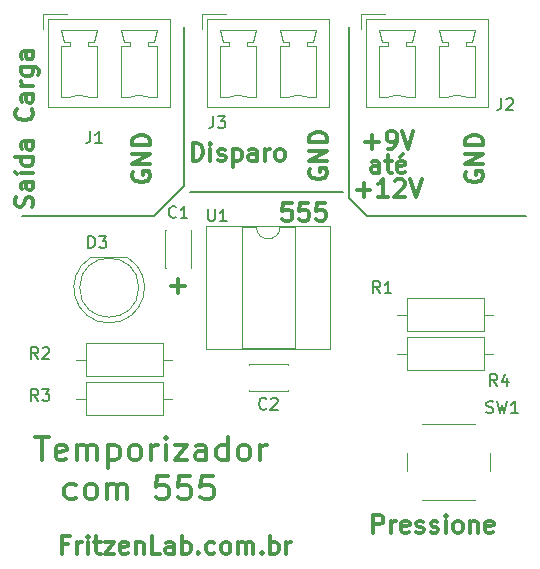
<source format=gto>
G04 #@! TF.GenerationSoftware,KiCad,Pcbnew,8.0.6*
G04 #@! TF.CreationDate,2024-11-03T17:07:20-03:00*
G04 #@! TF.ProjectId,555-temporizador-r01,3535352d-7465-46d7-906f-72697a61646f,rev?*
G04 #@! TF.SameCoordinates,Original*
G04 #@! TF.FileFunction,Legend,Top*
G04 #@! TF.FilePolarity,Positive*
%FSLAX46Y46*%
G04 Gerber Fmt 4.6, Leading zero omitted, Abs format (unit mm)*
G04 Created by KiCad (PCBNEW 8.0.6) date 2024-11-03 17:07:20*
%MOMM*%
%LPD*%
G01*
G04 APERTURE LIST*
%ADD10C,0.200000*%
%ADD11C,0.300000*%
%ADD12C,0.150000*%
%ADD13C,0.120000*%
G04 APERTURE END LIST*
D10*
X147828000Y-101092000D02*
X149352000Y-102616000D01*
X120142000Y-102616000D02*
X131318000Y-102616000D01*
X133858000Y-86614000D02*
X133858000Y-100076000D01*
X149352000Y-102616000D02*
X162814000Y-102616000D01*
X147828000Y-86614000D02*
X147828000Y-101092000D01*
X147320000Y-100584000D02*
X134366000Y-100584000D01*
X131318000Y-102616000D02*
X133858000Y-100076000D01*
D11*
X144537757Y-98678856D02*
X144466328Y-98821714D01*
X144466328Y-98821714D02*
X144466328Y-99035999D01*
X144466328Y-99035999D02*
X144537757Y-99250285D01*
X144537757Y-99250285D02*
X144680614Y-99393142D01*
X144680614Y-99393142D02*
X144823471Y-99464571D01*
X144823471Y-99464571D02*
X145109185Y-99535999D01*
X145109185Y-99535999D02*
X145323471Y-99535999D01*
X145323471Y-99535999D02*
X145609185Y-99464571D01*
X145609185Y-99464571D02*
X145752042Y-99393142D01*
X145752042Y-99393142D02*
X145894900Y-99250285D01*
X145894900Y-99250285D02*
X145966328Y-99035999D01*
X145966328Y-99035999D02*
X145966328Y-98893142D01*
X145966328Y-98893142D02*
X145894900Y-98678856D01*
X145894900Y-98678856D02*
X145823471Y-98607428D01*
X145823471Y-98607428D02*
X145323471Y-98607428D01*
X145323471Y-98607428D02*
X145323471Y-98893142D01*
X145966328Y-97964571D02*
X144466328Y-97964571D01*
X144466328Y-97964571D02*
X145966328Y-97107428D01*
X145966328Y-97107428D02*
X144466328Y-97107428D01*
X145966328Y-96393142D02*
X144466328Y-96393142D01*
X144466328Y-96393142D02*
X144466328Y-96035999D01*
X144466328Y-96035999D02*
X144537757Y-95821713D01*
X144537757Y-95821713D02*
X144680614Y-95678856D01*
X144680614Y-95678856D02*
X144823471Y-95607427D01*
X144823471Y-95607427D02*
X145109185Y-95535999D01*
X145109185Y-95535999D02*
X145323471Y-95535999D01*
X145323471Y-95535999D02*
X145609185Y-95607427D01*
X145609185Y-95607427D02*
X145752042Y-95678856D01*
X145752042Y-95678856D02*
X145894900Y-95821713D01*
X145894900Y-95821713D02*
X145966328Y-96035999D01*
X145966328Y-96035999D02*
X145966328Y-96393142D01*
X157745757Y-98932856D02*
X157674328Y-99075714D01*
X157674328Y-99075714D02*
X157674328Y-99289999D01*
X157674328Y-99289999D02*
X157745757Y-99504285D01*
X157745757Y-99504285D02*
X157888614Y-99647142D01*
X157888614Y-99647142D02*
X158031471Y-99718571D01*
X158031471Y-99718571D02*
X158317185Y-99789999D01*
X158317185Y-99789999D02*
X158531471Y-99789999D01*
X158531471Y-99789999D02*
X158817185Y-99718571D01*
X158817185Y-99718571D02*
X158960042Y-99647142D01*
X158960042Y-99647142D02*
X159102900Y-99504285D01*
X159102900Y-99504285D02*
X159174328Y-99289999D01*
X159174328Y-99289999D02*
X159174328Y-99147142D01*
X159174328Y-99147142D02*
X159102900Y-98932856D01*
X159102900Y-98932856D02*
X159031471Y-98861428D01*
X159031471Y-98861428D02*
X158531471Y-98861428D01*
X158531471Y-98861428D02*
X158531471Y-99147142D01*
X159174328Y-98218571D02*
X157674328Y-98218571D01*
X157674328Y-98218571D02*
X159174328Y-97361428D01*
X159174328Y-97361428D02*
X157674328Y-97361428D01*
X159174328Y-96647142D02*
X157674328Y-96647142D01*
X157674328Y-96647142D02*
X157674328Y-96289999D01*
X157674328Y-96289999D02*
X157745757Y-96075713D01*
X157745757Y-96075713D02*
X157888614Y-95932856D01*
X157888614Y-95932856D02*
X158031471Y-95861427D01*
X158031471Y-95861427D02*
X158317185Y-95789999D01*
X158317185Y-95789999D02*
X158531471Y-95789999D01*
X158531471Y-95789999D02*
X158817185Y-95861427D01*
X158817185Y-95861427D02*
X158960042Y-95932856D01*
X158960042Y-95932856D02*
X159102900Y-96075713D01*
X159102900Y-96075713D02*
X159174328Y-96289999D01*
X159174328Y-96289999D02*
X159174328Y-96647142D01*
X150380000Y-98976328D02*
X150380000Y-98190614D01*
X150380000Y-98190614D02*
X150308571Y-98047757D01*
X150308571Y-98047757D02*
X150165714Y-97976328D01*
X150165714Y-97976328D02*
X149880000Y-97976328D01*
X149880000Y-97976328D02*
X149737142Y-98047757D01*
X150380000Y-98904900D02*
X150237142Y-98976328D01*
X150237142Y-98976328D02*
X149880000Y-98976328D01*
X149880000Y-98976328D02*
X149737142Y-98904900D01*
X149737142Y-98904900D02*
X149665714Y-98762042D01*
X149665714Y-98762042D02*
X149665714Y-98619185D01*
X149665714Y-98619185D02*
X149737142Y-98476328D01*
X149737142Y-98476328D02*
X149880000Y-98404900D01*
X149880000Y-98404900D02*
X150237142Y-98404900D01*
X150237142Y-98404900D02*
X150380000Y-98333471D01*
X150880000Y-97976328D02*
X151451428Y-97976328D01*
X151094285Y-97476328D02*
X151094285Y-98762042D01*
X151094285Y-98762042D02*
X151165714Y-98904900D01*
X151165714Y-98904900D02*
X151308571Y-98976328D01*
X151308571Y-98976328D02*
X151451428Y-98976328D01*
X152522857Y-98904900D02*
X152380000Y-98976328D01*
X152380000Y-98976328D02*
X152094286Y-98976328D01*
X152094286Y-98976328D02*
X151951428Y-98904900D01*
X151951428Y-98904900D02*
X151880000Y-98762042D01*
X151880000Y-98762042D02*
X151880000Y-98190614D01*
X151880000Y-98190614D02*
X151951428Y-98047757D01*
X151951428Y-98047757D02*
X152094286Y-97976328D01*
X152094286Y-97976328D02*
X152380000Y-97976328D01*
X152380000Y-97976328D02*
X152522857Y-98047757D01*
X152522857Y-98047757D02*
X152594286Y-98190614D01*
X152594286Y-98190614D02*
X152594286Y-98333471D01*
X152594286Y-98333471D02*
X151880000Y-98476328D01*
X152380000Y-97404900D02*
X152165714Y-97619185D01*
X124667047Y-126544400D02*
X124476571Y-126639638D01*
X124476571Y-126639638D02*
X124095618Y-126639638D01*
X124095618Y-126639638D02*
X123905142Y-126544400D01*
X123905142Y-126544400D02*
X123809904Y-126449161D01*
X123809904Y-126449161D02*
X123714666Y-126258685D01*
X123714666Y-126258685D02*
X123714666Y-125687257D01*
X123714666Y-125687257D02*
X123809904Y-125496780D01*
X123809904Y-125496780D02*
X123905142Y-125401542D01*
X123905142Y-125401542D02*
X124095618Y-125306304D01*
X124095618Y-125306304D02*
X124476571Y-125306304D01*
X124476571Y-125306304D02*
X124667047Y-125401542D01*
X125809904Y-126639638D02*
X125619428Y-126544400D01*
X125619428Y-126544400D02*
X125524190Y-126449161D01*
X125524190Y-126449161D02*
X125428952Y-126258685D01*
X125428952Y-126258685D02*
X125428952Y-125687257D01*
X125428952Y-125687257D02*
X125524190Y-125496780D01*
X125524190Y-125496780D02*
X125619428Y-125401542D01*
X125619428Y-125401542D02*
X125809904Y-125306304D01*
X125809904Y-125306304D02*
X126095619Y-125306304D01*
X126095619Y-125306304D02*
X126286095Y-125401542D01*
X126286095Y-125401542D02*
X126381333Y-125496780D01*
X126381333Y-125496780D02*
X126476571Y-125687257D01*
X126476571Y-125687257D02*
X126476571Y-126258685D01*
X126476571Y-126258685D02*
X126381333Y-126449161D01*
X126381333Y-126449161D02*
X126286095Y-126544400D01*
X126286095Y-126544400D02*
X126095619Y-126639638D01*
X126095619Y-126639638D02*
X125809904Y-126639638D01*
X127333714Y-126639638D02*
X127333714Y-125306304D01*
X127333714Y-125496780D02*
X127428952Y-125401542D01*
X127428952Y-125401542D02*
X127619428Y-125306304D01*
X127619428Y-125306304D02*
X127905143Y-125306304D01*
X127905143Y-125306304D02*
X128095619Y-125401542D01*
X128095619Y-125401542D02*
X128190857Y-125592019D01*
X128190857Y-125592019D02*
X128190857Y-126639638D01*
X128190857Y-125592019D02*
X128286095Y-125401542D01*
X128286095Y-125401542D02*
X128476571Y-125306304D01*
X128476571Y-125306304D02*
X128762285Y-125306304D01*
X128762285Y-125306304D02*
X128952762Y-125401542D01*
X128952762Y-125401542D02*
X129048000Y-125592019D01*
X129048000Y-125592019D02*
X129048000Y-126639638D01*
X132476572Y-124639638D02*
X131524191Y-124639638D01*
X131524191Y-124639638D02*
X131428953Y-125592019D01*
X131428953Y-125592019D02*
X131524191Y-125496780D01*
X131524191Y-125496780D02*
X131714667Y-125401542D01*
X131714667Y-125401542D02*
X132190858Y-125401542D01*
X132190858Y-125401542D02*
X132381334Y-125496780D01*
X132381334Y-125496780D02*
X132476572Y-125592019D01*
X132476572Y-125592019D02*
X132571810Y-125782495D01*
X132571810Y-125782495D02*
X132571810Y-126258685D01*
X132571810Y-126258685D02*
X132476572Y-126449161D01*
X132476572Y-126449161D02*
X132381334Y-126544400D01*
X132381334Y-126544400D02*
X132190858Y-126639638D01*
X132190858Y-126639638D02*
X131714667Y-126639638D01*
X131714667Y-126639638D02*
X131524191Y-126544400D01*
X131524191Y-126544400D02*
X131428953Y-126449161D01*
X134381334Y-124639638D02*
X133428953Y-124639638D01*
X133428953Y-124639638D02*
X133333715Y-125592019D01*
X133333715Y-125592019D02*
X133428953Y-125496780D01*
X133428953Y-125496780D02*
X133619429Y-125401542D01*
X133619429Y-125401542D02*
X134095620Y-125401542D01*
X134095620Y-125401542D02*
X134286096Y-125496780D01*
X134286096Y-125496780D02*
X134381334Y-125592019D01*
X134381334Y-125592019D02*
X134476572Y-125782495D01*
X134476572Y-125782495D02*
X134476572Y-126258685D01*
X134476572Y-126258685D02*
X134381334Y-126449161D01*
X134381334Y-126449161D02*
X134286096Y-126544400D01*
X134286096Y-126544400D02*
X134095620Y-126639638D01*
X134095620Y-126639638D02*
X133619429Y-126639638D01*
X133619429Y-126639638D02*
X133428953Y-126544400D01*
X133428953Y-126544400D02*
X133333715Y-126449161D01*
X136286096Y-124639638D02*
X135333715Y-124639638D01*
X135333715Y-124639638D02*
X135238477Y-125592019D01*
X135238477Y-125592019D02*
X135333715Y-125496780D01*
X135333715Y-125496780D02*
X135524191Y-125401542D01*
X135524191Y-125401542D02*
X136000382Y-125401542D01*
X136000382Y-125401542D02*
X136190858Y-125496780D01*
X136190858Y-125496780D02*
X136286096Y-125592019D01*
X136286096Y-125592019D02*
X136381334Y-125782495D01*
X136381334Y-125782495D02*
X136381334Y-126258685D01*
X136381334Y-126258685D02*
X136286096Y-126449161D01*
X136286096Y-126449161D02*
X136190858Y-126544400D01*
X136190858Y-126544400D02*
X136000382Y-126639638D01*
X136000382Y-126639638D02*
X135524191Y-126639638D01*
X135524191Y-126639638D02*
X135333715Y-126544400D01*
X135333715Y-126544400D02*
X135238477Y-126449161D01*
X149868571Y-129456328D02*
X149868571Y-127956328D01*
X149868571Y-127956328D02*
X150440000Y-127956328D01*
X150440000Y-127956328D02*
X150582857Y-128027757D01*
X150582857Y-128027757D02*
X150654286Y-128099185D01*
X150654286Y-128099185D02*
X150725714Y-128242042D01*
X150725714Y-128242042D02*
X150725714Y-128456328D01*
X150725714Y-128456328D02*
X150654286Y-128599185D01*
X150654286Y-128599185D02*
X150582857Y-128670614D01*
X150582857Y-128670614D02*
X150440000Y-128742042D01*
X150440000Y-128742042D02*
X149868571Y-128742042D01*
X151368571Y-129456328D02*
X151368571Y-128456328D01*
X151368571Y-128742042D02*
X151440000Y-128599185D01*
X151440000Y-128599185D02*
X151511429Y-128527757D01*
X151511429Y-128527757D02*
X151654286Y-128456328D01*
X151654286Y-128456328D02*
X151797143Y-128456328D01*
X152868571Y-129384900D02*
X152725714Y-129456328D01*
X152725714Y-129456328D02*
X152440000Y-129456328D01*
X152440000Y-129456328D02*
X152297142Y-129384900D01*
X152297142Y-129384900D02*
X152225714Y-129242042D01*
X152225714Y-129242042D02*
X152225714Y-128670614D01*
X152225714Y-128670614D02*
X152297142Y-128527757D01*
X152297142Y-128527757D02*
X152440000Y-128456328D01*
X152440000Y-128456328D02*
X152725714Y-128456328D01*
X152725714Y-128456328D02*
X152868571Y-128527757D01*
X152868571Y-128527757D02*
X152940000Y-128670614D01*
X152940000Y-128670614D02*
X152940000Y-128813471D01*
X152940000Y-128813471D02*
X152225714Y-128956328D01*
X153511428Y-129384900D02*
X153654285Y-129456328D01*
X153654285Y-129456328D02*
X153939999Y-129456328D01*
X153939999Y-129456328D02*
X154082856Y-129384900D01*
X154082856Y-129384900D02*
X154154285Y-129242042D01*
X154154285Y-129242042D02*
X154154285Y-129170614D01*
X154154285Y-129170614D02*
X154082856Y-129027757D01*
X154082856Y-129027757D02*
X153939999Y-128956328D01*
X153939999Y-128956328D02*
X153725714Y-128956328D01*
X153725714Y-128956328D02*
X153582856Y-128884900D01*
X153582856Y-128884900D02*
X153511428Y-128742042D01*
X153511428Y-128742042D02*
X153511428Y-128670614D01*
X153511428Y-128670614D02*
X153582856Y-128527757D01*
X153582856Y-128527757D02*
X153725714Y-128456328D01*
X153725714Y-128456328D02*
X153939999Y-128456328D01*
X153939999Y-128456328D02*
X154082856Y-128527757D01*
X154725714Y-129384900D02*
X154868571Y-129456328D01*
X154868571Y-129456328D02*
X155154285Y-129456328D01*
X155154285Y-129456328D02*
X155297142Y-129384900D01*
X155297142Y-129384900D02*
X155368571Y-129242042D01*
X155368571Y-129242042D02*
X155368571Y-129170614D01*
X155368571Y-129170614D02*
X155297142Y-129027757D01*
X155297142Y-129027757D02*
X155154285Y-128956328D01*
X155154285Y-128956328D02*
X154940000Y-128956328D01*
X154940000Y-128956328D02*
X154797142Y-128884900D01*
X154797142Y-128884900D02*
X154725714Y-128742042D01*
X154725714Y-128742042D02*
X154725714Y-128670614D01*
X154725714Y-128670614D02*
X154797142Y-128527757D01*
X154797142Y-128527757D02*
X154940000Y-128456328D01*
X154940000Y-128456328D02*
X155154285Y-128456328D01*
X155154285Y-128456328D02*
X155297142Y-128527757D01*
X156011428Y-129456328D02*
X156011428Y-128456328D01*
X156011428Y-127956328D02*
X155940000Y-128027757D01*
X155940000Y-128027757D02*
X156011428Y-128099185D01*
X156011428Y-128099185D02*
X156082857Y-128027757D01*
X156082857Y-128027757D02*
X156011428Y-127956328D01*
X156011428Y-127956328D02*
X156011428Y-128099185D01*
X156940000Y-129456328D02*
X156797143Y-129384900D01*
X156797143Y-129384900D02*
X156725714Y-129313471D01*
X156725714Y-129313471D02*
X156654286Y-129170614D01*
X156654286Y-129170614D02*
X156654286Y-128742042D01*
X156654286Y-128742042D02*
X156725714Y-128599185D01*
X156725714Y-128599185D02*
X156797143Y-128527757D01*
X156797143Y-128527757D02*
X156940000Y-128456328D01*
X156940000Y-128456328D02*
X157154286Y-128456328D01*
X157154286Y-128456328D02*
X157297143Y-128527757D01*
X157297143Y-128527757D02*
X157368572Y-128599185D01*
X157368572Y-128599185D02*
X157440000Y-128742042D01*
X157440000Y-128742042D02*
X157440000Y-129170614D01*
X157440000Y-129170614D02*
X157368572Y-129313471D01*
X157368572Y-129313471D02*
X157297143Y-129384900D01*
X157297143Y-129384900D02*
X157154286Y-129456328D01*
X157154286Y-129456328D02*
X156940000Y-129456328D01*
X158082857Y-128456328D02*
X158082857Y-129456328D01*
X158082857Y-128599185D02*
X158154286Y-128527757D01*
X158154286Y-128527757D02*
X158297143Y-128456328D01*
X158297143Y-128456328D02*
X158511429Y-128456328D01*
X158511429Y-128456328D02*
X158654286Y-128527757D01*
X158654286Y-128527757D02*
X158725715Y-128670614D01*
X158725715Y-128670614D02*
X158725715Y-129456328D01*
X160011429Y-129384900D02*
X159868572Y-129456328D01*
X159868572Y-129456328D02*
X159582858Y-129456328D01*
X159582858Y-129456328D02*
X159440000Y-129384900D01*
X159440000Y-129384900D02*
X159368572Y-129242042D01*
X159368572Y-129242042D02*
X159368572Y-128670614D01*
X159368572Y-128670614D02*
X159440000Y-128527757D01*
X159440000Y-128527757D02*
X159582858Y-128456328D01*
X159582858Y-128456328D02*
X159868572Y-128456328D01*
X159868572Y-128456328D02*
X160011429Y-128527757D01*
X160011429Y-128527757D02*
X160082858Y-128670614D01*
X160082858Y-128670614D02*
X160082858Y-128813471D01*
X160082858Y-128813471D02*
X159368572Y-128956328D01*
X123988856Y-130448614D02*
X123488856Y-130448614D01*
X123488856Y-131234328D02*
X123488856Y-129734328D01*
X123488856Y-129734328D02*
X124203142Y-129734328D01*
X124774570Y-131234328D02*
X124774570Y-130234328D01*
X124774570Y-130520042D02*
X124845999Y-130377185D01*
X124845999Y-130377185D02*
X124917428Y-130305757D01*
X124917428Y-130305757D02*
X125060285Y-130234328D01*
X125060285Y-130234328D02*
X125203142Y-130234328D01*
X125703141Y-131234328D02*
X125703141Y-130234328D01*
X125703141Y-129734328D02*
X125631713Y-129805757D01*
X125631713Y-129805757D02*
X125703141Y-129877185D01*
X125703141Y-129877185D02*
X125774570Y-129805757D01*
X125774570Y-129805757D02*
X125703141Y-129734328D01*
X125703141Y-129734328D02*
X125703141Y-129877185D01*
X126203142Y-130234328D02*
X126774570Y-130234328D01*
X126417427Y-129734328D02*
X126417427Y-131020042D01*
X126417427Y-131020042D02*
X126488856Y-131162900D01*
X126488856Y-131162900D02*
X126631713Y-131234328D01*
X126631713Y-131234328D02*
X126774570Y-131234328D01*
X127131713Y-130234328D02*
X127917428Y-130234328D01*
X127917428Y-130234328D02*
X127131713Y-131234328D01*
X127131713Y-131234328D02*
X127917428Y-131234328D01*
X129060285Y-131162900D02*
X128917428Y-131234328D01*
X128917428Y-131234328D02*
X128631714Y-131234328D01*
X128631714Y-131234328D02*
X128488856Y-131162900D01*
X128488856Y-131162900D02*
X128417428Y-131020042D01*
X128417428Y-131020042D02*
X128417428Y-130448614D01*
X128417428Y-130448614D02*
X128488856Y-130305757D01*
X128488856Y-130305757D02*
X128631714Y-130234328D01*
X128631714Y-130234328D02*
X128917428Y-130234328D01*
X128917428Y-130234328D02*
X129060285Y-130305757D01*
X129060285Y-130305757D02*
X129131714Y-130448614D01*
X129131714Y-130448614D02*
X129131714Y-130591471D01*
X129131714Y-130591471D02*
X128417428Y-130734328D01*
X129774570Y-130234328D02*
X129774570Y-131234328D01*
X129774570Y-130377185D02*
X129845999Y-130305757D01*
X129845999Y-130305757D02*
X129988856Y-130234328D01*
X129988856Y-130234328D02*
X130203142Y-130234328D01*
X130203142Y-130234328D02*
X130345999Y-130305757D01*
X130345999Y-130305757D02*
X130417428Y-130448614D01*
X130417428Y-130448614D02*
X130417428Y-131234328D01*
X131845999Y-131234328D02*
X131131713Y-131234328D01*
X131131713Y-131234328D02*
X131131713Y-129734328D01*
X132988857Y-131234328D02*
X132988857Y-130448614D01*
X132988857Y-130448614D02*
X132917428Y-130305757D01*
X132917428Y-130305757D02*
X132774571Y-130234328D01*
X132774571Y-130234328D02*
X132488857Y-130234328D01*
X132488857Y-130234328D02*
X132345999Y-130305757D01*
X132988857Y-131162900D02*
X132845999Y-131234328D01*
X132845999Y-131234328D02*
X132488857Y-131234328D01*
X132488857Y-131234328D02*
X132345999Y-131162900D01*
X132345999Y-131162900D02*
X132274571Y-131020042D01*
X132274571Y-131020042D02*
X132274571Y-130877185D01*
X132274571Y-130877185D02*
X132345999Y-130734328D01*
X132345999Y-130734328D02*
X132488857Y-130662900D01*
X132488857Y-130662900D02*
X132845999Y-130662900D01*
X132845999Y-130662900D02*
X132988857Y-130591471D01*
X133703142Y-131234328D02*
X133703142Y-129734328D01*
X133703142Y-130305757D02*
X133846000Y-130234328D01*
X133846000Y-130234328D02*
X134131714Y-130234328D01*
X134131714Y-130234328D02*
X134274571Y-130305757D01*
X134274571Y-130305757D02*
X134346000Y-130377185D01*
X134346000Y-130377185D02*
X134417428Y-130520042D01*
X134417428Y-130520042D02*
X134417428Y-130948614D01*
X134417428Y-130948614D02*
X134346000Y-131091471D01*
X134346000Y-131091471D02*
X134274571Y-131162900D01*
X134274571Y-131162900D02*
X134131714Y-131234328D01*
X134131714Y-131234328D02*
X133846000Y-131234328D01*
X133846000Y-131234328D02*
X133703142Y-131162900D01*
X135060285Y-131091471D02*
X135131714Y-131162900D01*
X135131714Y-131162900D02*
X135060285Y-131234328D01*
X135060285Y-131234328D02*
X134988857Y-131162900D01*
X134988857Y-131162900D02*
X135060285Y-131091471D01*
X135060285Y-131091471D02*
X135060285Y-131234328D01*
X136417429Y-131162900D02*
X136274571Y-131234328D01*
X136274571Y-131234328D02*
X135988857Y-131234328D01*
X135988857Y-131234328D02*
X135846000Y-131162900D01*
X135846000Y-131162900D02*
X135774571Y-131091471D01*
X135774571Y-131091471D02*
X135703143Y-130948614D01*
X135703143Y-130948614D02*
X135703143Y-130520042D01*
X135703143Y-130520042D02*
X135774571Y-130377185D01*
X135774571Y-130377185D02*
X135846000Y-130305757D01*
X135846000Y-130305757D02*
X135988857Y-130234328D01*
X135988857Y-130234328D02*
X136274571Y-130234328D01*
X136274571Y-130234328D02*
X136417429Y-130305757D01*
X137274571Y-131234328D02*
X137131714Y-131162900D01*
X137131714Y-131162900D02*
X137060285Y-131091471D01*
X137060285Y-131091471D02*
X136988857Y-130948614D01*
X136988857Y-130948614D02*
X136988857Y-130520042D01*
X136988857Y-130520042D02*
X137060285Y-130377185D01*
X137060285Y-130377185D02*
X137131714Y-130305757D01*
X137131714Y-130305757D02*
X137274571Y-130234328D01*
X137274571Y-130234328D02*
X137488857Y-130234328D01*
X137488857Y-130234328D02*
X137631714Y-130305757D01*
X137631714Y-130305757D02*
X137703143Y-130377185D01*
X137703143Y-130377185D02*
X137774571Y-130520042D01*
X137774571Y-130520042D02*
X137774571Y-130948614D01*
X137774571Y-130948614D02*
X137703143Y-131091471D01*
X137703143Y-131091471D02*
X137631714Y-131162900D01*
X137631714Y-131162900D02*
X137488857Y-131234328D01*
X137488857Y-131234328D02*
X137274571Y-131234328D01*
X138417428Y-131234328D02*
X138417428Y-130234328D01*
X138417428Y-130377185D02*
X138488857Y-130305757D01*
X138488857Y-130305757D02*
X138631714Y-130234328D01*
X138631714Y-130234328D02*
X138846000Y-130234328D01*
X138846000Y-130234328D02*
X138988857Y-130305757D01*
X138988857Y-130305757D02*
X139060286Y-130448614D01*
X139060286Y-130448614D02*
X139060286Y-131234328D01*
X139060286Y-130448614D02*
X139131714Y-130305757D01*
X139131714Y-130305757D02*
X139274571Y-130234328D01*
X139274571Y-130234328D02*
X139488857Y-130234328D01*
X139488857Y-130234328D02*
X139631714Y-130305757D01*
X139631714Y-130305757D02*
X139703143Y-130448614D01*
X139703143Y-130448614D02*
X139703143Y-131234328D01*
X140417428Y-131091471D02*
X140488857Y-131162900D01*
X140488857Y-131162900D02*
X140417428Y-131234328D01*
X140417428Y-131234328D02*
X140346000Y-131162900D01*
X140346000Y-131162900D02*
X140417428Y-131091471D01*
X140417428Y-131091471D02*
X140417428Y-131234328D01*
X141131714Y-131234328D02*
X141131714Y-129734328D01*
X141131714Y-130305757D02*
X141274572Y-130234328D01*
X141274572Y-130234328D02*
X141560286Y-130234328D01*
X141560286Y-130234328D02*
X141703143Y-130305757D01*
X141703143Y-130305757D02*
X141774572Y-130377185D01*
X141774572Y-130377185D02*
X141846000Y-130520042D01*
X141846000Y-130520042D02*
X141846000Y-130948614D01*
X141846000Y-130948614D02*
X141774572Y-131091471D01*
X141774572Y-131091471D02*
X141703143Y-131162900D01*
X141703143Y-131162900D02*
X141560286Y-131234328D01*
X141560286Y-131234328D02*
X141274572Y-131234328D01*
X141274572Y-131234328D02*
X141131714Y-131162900D01*
X142488857Y-131234328D02*
X142488857Y-130234328D01*
X142488857Y-130520042D02*
X142560286Y-130377185D01*
X142560286Y-130377185D02*
X142631715Y-130305757D01*
X142631715Y-130305757D02*
X142774572Y-130234328D01*
X142774572Y-130234328D02*
X142917429Y-130234328D01*
X142946572Y-101540328D02*
X142232286Y-101540328D01*
X142232286Y-101540328D02*
X142160858Y-102254614D01*
X142160858Y-102254614D02*
X142232286Y-102183185D01*
X142232286Y-102183185D02*
X142375144Y-102111757D01*
X142375144Y-102111757D02*
X142732286Y-102111757D01*
X142732286Y-102111757D02*
X142875144Y-102183185D01*
X142875144Y-102183185D02*
X142946572Y-102254614D01*
X142946572Y-102254614D02*
X143018001Y-102397471D01*
X143018001Y-102397471D02*
X143018001Y-102754614D01*
X143018001Y-102754614D02*
X142946572Y-102897471D01*
X142946572Y-102897471D02*
X142875144Y-102968900D01*
X142875144Y-102968900D02*
X142732286Y-103040328D01*
X142732286Y-103040328D02*
X142375144Y-103040328D01*
X142375144Y-103040328D02*
X142232286Y-102968900D01*
X142232286Y-102968900D02*
X142160858Y-102897471D01*
X144375143Y-101540328D02*
X143660857Y-101540328D01*
X143660857Y-101540328D02*
X143589429Y-102254614D01*
X143589429Y-102254614D02*
X143660857Y-102183185D01*
X143660857Y-102183185D02*
X143803715Y-102111757D01*
X143803715Y-102111757D02*
X144160857Y-102111757D01*
X144160857Y-102111757D02*
X144303715Y-102183185D01*
X144303715Y-102183185D02*
X144375143Y-102254614D01*
X144375143Y-102254614D02*
X144446572Y-102397471D01*
X144446572Y-102397471D02*
X144446572Y-102754614D01*
X144446572Y-102754614D02*
X144375143Y-102897471D01*
X144375143Y-102897471D02*
X144303715Y-102968900D01*
X144303715Y-102968900D02*
X144160857Y-103040328D01*
X144160857Y-103040328D02*
X143803715Y-103040328D01*
X143803715Y-103040328D02*
X143660857Y-102968900D01*
X143660857Y-102968900D02*
X143589429Y-102897471D01*
X145803714Y-101540328D02*
X145089428Y-101540328D01*
X145089428Y-101540328D02*
X145018000Y-102254614D01*
X145018000Y-102254614D02*
X145089428Y-102183185D01*
X145089428Y-102183185D02*
X145232286Y-102111757D01*
X145232286Y-102111757D02*
X145589428Y-102111757D01*
X145589428Y-102111757D02*
X145732286Y-102183185D01*
X145732286Y-102183185D02*
X145803714Y-102254614D01*
X145803714Y-102254614D02*
X145875143Y-102397471D01*
X145875143Y-102397471D02*
X145875143Y-102754614D01*
X145875143Y-102754614D02*
X145803714Y-102897471D01*
X145803714Y-102897471D02*
X145732286Y-102968900D01*
X145732286Y-102968900D02*
X145589428Y-103040328D01*
X145589428Y-103040328D02*
X145232286Y-103040328D01*
X145232286Y-103040328D02*
X145089428Y-102968900D01*
X145089428Y-102968900D02*
X145018000Y-102897471D01*
X121254475Y-121337638D02*
X122397332Y-121337638D01*
X121825903Y-123337638D02*
X121825903Y-121337638D01*
X123825904Y-123242400D02*
X123635428Y-123337638D01*
X123635428Y-123337638D02*
X123254475Y-123337638D01*
X123254475Y-123337638D02*
X123063999Y-123242400D01*
X123063999Y-123242400D02*
X122968761Y-123051923D01*
X122968761Y-123051923D02*
X122968761Y-122290019D01*
X122968761Y-122290019D02*
X123063999Y-122099542D01*
X123063999Y-122099542D02*
X123254475Y-122004304D01*
X123254475Y-122004304D02*
X123635428Y-122004304D01*
X123635428Y-122004304D02*
X123825904Y-122099542D01*
X123825904Y-122099542D02*
X123921142Y-122290019D01*
X123921142Y-122290019D02*
X123921142Y-122480495D01*
X123921142Y-122480495D02*
X122968761Y-122670971D01*
X124778285Y-123337638D02*
X124778285Y-122004304D01*
X124778285Y-122194780D02*
X124873523Y-122099542D01*
X124873523Y-122099542D02*
X125063999Y-122004304D01*
X125063999Y-122004304D02*
X125349714Y-122004304D01*
X125349714Y-122004304D02*
X125540190Y-122099542D01*
X125540190Y-122099542D02*
X125635428Y-122290019D01*
X125635428Y-122290019D02*
X125635428Y-123337638D01*
X125635428Y-122290019D02*
X125730666Y-122099542D01*
X125730666Y-122099542D02*
X125921142Y-122004304D01*
X125921142Y-122004304D02*
X126206856Y-122004304D01*
X126206856Y-122004304D02*
X126397333Y-122099542D01*
X126397333Y-122099542D02*
X126492571Y-122290019D01*
X126492571Y-122290019D02*
X126492571Y-123337638D01*
X127444952Y-122004304D02*
X127444952Y-124004304D01*
X127444952Y-122099542D02*
X127635428Y-122004304D01*
X127635428Y-122004304D02*
X128016381Y-122004304D01*
X128016381Y-122004304D02*
X128206857Y-122099542D01*
X128206857Y-122099542D02*
X128302095Y-122194780D01*
X128302095Y-122194780D02*
X128397333Y-122385257D01*
X128397333Y-122385257D02*
X128397333Y-122956685D01*
X128397333Y-122956685D02*
X128302095Y-123147161D01*
X128302095Y-123147161D02*
X128206857Y-123242400D01*
X128206857Y-123242400D02*
X128016381Y-123337638D01*
X128016381Y-123337638D02*
X127635428Y-123337638D01*
X127635428Y-123337638D02*
X127444952Y-123242400D01*
X129540190Y-123337638D02*
X129349714Y-123242400D01*
X129349714Y-123242400D02*
X129254476Y-123147161D01*
X129254476Y-123147161D02*
X129159238Y-122956685D01*
X129159238Y-122956685D02*
X129159238Y-122385257D01*
X129159238Y-122385257D02*
X129254476Y-122194780D01*
X129254476Y-122194780D02*
X129349714Y-122099542D01*
X129349714Y-122099542D02*
X129540190Y-122004304D01*
X129540190Y-122004304D02*
X129825905Y-122004304D01*
X129825905Y-122004304D02*
X130016381Y-122099542D01*
X130016381Y-122099542D02*
X130111619Y-122194780D01*
X130111619Y-122194780D02*
X130206857Y-122385257D01*
X130206857Y-122385257D02*
X130206857Y-122956685D01*
X130206857Y-122956685D02*
X130111619Y-123147161D01*
X130111619Y-123147161D02*
X130016381Y-123242400D01*
X130016381Y-123242400D02*
X129825905Y-123337638D01*
X129825905Y-123337638D02*
X129540190Y-123337638D01*
X131064000Y-123337638D02*
X131064000Y-122004304D01*
X131064000Y-122385257D02*
X131159238Y-122194780D01*
X131159238Y-122194780D02*
X131254476Y-122099542D01*
X131254476Y-122099542D02*
X131444952Y-122004304D01*
X131444952Y-122004304D02*
X131635429Y-122004304D01*
X132302095Y-123337638D02*
X132302095Y-122004304D01*
X132302095Y-121337638D02*
X132206857Y-121432876D01*
X132206857Y-121432876D02*
X132302095Y-121528114D01*
X132302095Y-121528114D02*
X132397333Y-121432876D01*
X132397333Y-121432876D02*
X132302095Y-121337638D01*
X132302095Y-121337638D02*
X132302095Y-121528114D01*
X133064000Y-122004304D02*
X134111619Y-122004304D01*
X134111619Y-122004304D02*
X133064000Y-123337638D01*
X133064000Y-123337638D02*
X134111619Y-123337638D01*
X135730667Y-123337638D02*
X135730667Y-122290019D01*
X135730667Y-122290019D02*
X135635429Y-122099542D01*
X135635429Y-122099542D02*
X135444953Y-122004304D01*
X135444953Y-122004304D02*
X135064000Y-122004304D01*
X135064000Y-122004304D02*
X134873524Y-122099542D01*
X135730667Y-123242400D02*
X135540191Y-123337638D01*
X135540191Y-123337638D02*
X135064000Y-123337638D01*
X135064000Y-123337638D02*
X134873524Y-123242400D01*
X134873524Y-123242400D02*
X134778286Y-123051923D01*
X134778286Y-123051923D02*
X134778286Y-122861447D01*
X134778286Y-122861447D02*
X134873524Y-122670971D01*
X134873524Y-122670971D02*
X135064000Y-122575733D01*
X135064000Y-122575733D02*
X135540191Y-122575733D01*
X135540191Y-122575733D02*
X135730667Y-122480495D01*
X137540191Y-123337638D02*
X137540191Y-121337638D01*
X137540191Y-123242400D02*
X137349715Y-123337638D01*
X137349715Y-123337638D02*
X136968762Y-123337638D01*
X136968762Y-123337638D02*
X136778286Y-123242400D01*
X136778286Y-123242400D02*
X136683048Y-123147161D01*
X136683048Y-123147161D02*
X136587810Y-122956685D01*
X136587810Y-122956685D02*
X136587810Y-122385257D01*
X136587810Y-122385257D02*
X136683048Y-122194780D01*
X136683048Y-122194780D02*
X136778286Y-122099542D01*
X136778286Y-122099542D02*
X136968762Y-122004304D01*
X136968762Y-122004304D02*
X137349715Y-122004304D01*
X137349715Y-122004304D02*
X137540191Y-122099542D01*
X138778286Y-123337638D02*
X138587810Y-123242400D01*
X138587810Y-123242400D02*
X138492572Y-123147161D01*
X138492572Y-123147161D02*
X138397334Y-122956685D01*
X138397334Y-122956685D02*
X138397334Y-122385257D01*
X138397334Y-122385257D02*
X138492572Y-122194780D01*
X138492572Y-122194780D02*
X138587810Y-122099542D01*
X138587810Y-122099542D02*
X138778286Y-122004304D01*
X138778286Y-122004304D02*
X139064001Y-122004304D01*
X139064001Y-122004304D02*
X139254477Y-122099542D01*
X139254477Y-122099542D02*
X139349715Y-122194780D01*
X139349715Y-122194780D02*
X139444953Y-122385257D01*
X139444953Y-122385257D02*
X139444953Y-122956685D01*
X139444953Y-122956685D02*
X139349715Y-123147161D01*
X139349715Y-123147161D02*
X139254477Y-123242400D01*
X139254477Y-123242400D02*
X139064001Y-123337638D01*
X139064001Y-123337638D02*
X138778286Y-123337638D01*
X140302096Y-123337638D02*
X140302096Y-122004304D01*
X140302096Y-122385257D02*
X140397334Y-122194780D01*
X140397334Y-122194780D02*
X140492572Y-122099542D01*
X140492572Y-122099542D02*
X140683048Y-122004304D01*
X140683048Y-122004304D02*
X140873525Y-122004304D01*
X129551757Y-98932856D02*
X129480328Y-99075714D01*
X129480328Y-99075714D02*
X129480328Y-99289999D01*
X129480328Y-99289999D02*
X129551757Y-99504285D01*
X129551757Y-99504285D02*
X129694614Y-99647142D01*
X129694614Y-99647142D02*
X129837471Y-99718571D01*
X129837471Y-99718571D02*
X130123185Y-99789999D01*
X130123185Y-99789999D02*
X130337471Y-99789999D01*
X130337471Y-99789999D02*
X130623185Y-99718571D01*
X130623185Y-99718571D02*
X130766042Y-99647142D01*
X130766042Y-99647142D02*
X130908900Y-99504285D01*
X130908900Y-99504285D02*
X130980328Y-99289999D01*
X130980328Y-99289999D02*
X130980328Y-99147142D01*
X130980328Y-99147142D02*
X130908900Y-98932856D01*
X130908900Y-98932856D02*
X130837471Y-98861428D01*
X130837471Y-98861428D02*
X130337471Y-98861428D01*
X130337471Y-98861428D02*
X130337471Y-99147142D01*
X130980328Y-98218571D02*
X129480328Y-98218571D01*
X129480328Y-98218571D02*
X130980328Y-97361428D01*
X130980328Y-97361428D02*
X129480328Y-97361428D01*
X130980328Y-96647142D02*
X129480328Y-96647142D01*
X129480328Y-96647142D02*
X129480328Y-96289999D01*
X129480328Y-96289999D02*
X129551757Y-96075713D01*
X129551757Y-96075713D02*
X129694614Y-95932856D01*
X129694614Y-95932856D02*
X129837471Y-95861427D01*
X129837471Y-95861427D02*
X130123185Y-95789999D01*
X130123185Y-95789999D02*
X130337471Y-95789999D01*
X130337471Y-95789999D02*
X130623185Y-95861427D01*
X130623185Y-95861427D02*
X130766042Y-95932856D01*
X130766042Y-95932856D02*
X130908900Y-96075713D01*
X130908900Y-96075713D02*
X130980328Y-96289999D01*
X130980328Y-96289999D02*
X130980328Y-96647142D01*
X134572856Y-97960328D02*
X134572856Y-96460328D01*
X134572856Y-96460328D02*
X134929999Y-96460328D01*
X134929999Y-96460328D02*
X135144285Y-96531757D01*
X135144285Y-96531757D02*
X135287142Y-96674614D01*
X135287142Y-96674614D02*
X135358571Y-96817471D01*
X135358571Y-96817471D02*
X135429999Y-97103185D01*
X135429999Y-97103185D02*
X135429999Y-97317471D01*
X135429999Y-97317471D02*
X135358571Y-97603185D01*
X135358571Y-97603185D02*
X135287142Y-97746042D01*
X135287142Y-97746042D02*
X135144285Y-97888900D01*
X135144285Y-97888900D02*
X134929999Y-97960328D01*
X134929999Y-97960328D02*
X134572856Y-97960328D01*
X136072856Y-97960328D02*
X136072856Y-96960328D01*
X136072856Y-96460328D02*
X136001428Y-96531757D01*
X136001428Y-96531757D02*
X136072856Y-96603185D01*
X136072856Y-96603185D02*
X136144285Y-96531757D01*
X136144285Y-96531757D02*
X136072856Y-96460328D01*
X136072856Y-96460328D02*
X136072856Y-96603185D01*
X136715714Y-97888900D02*
X136858571Y-97960328D01*
X136858571Y-97960328D02*
X137144285Y-97960328D01*
X137144285Y-97960328D02*
X137287142Y-97888900D01*
X137287142Y-97888900D02*
X137358571Y-97746042D01*
X137358571Y-97746042D02*
X137358571Y-97674614D01*
X137358571Y-97674614D02*
X137287142Y-97531757D01*
X137287142Y-97531757D02*
X137144285Y-97460328D01*
X137144285Y-97460328D02*
X136930000Y-97460328D01*
X136930000Y-97460328D02*
X136787142Y-97388900D01*
X136787142Y-97388900D02*
X136715714Y-97246042D01*
X136715714Y-97246042D02*
X136715714Y-97174614D01*
X136715714Y-97174614D02*
X136787142Y-97031757D01*
X136787142Y-97031757D02*
X136930000Y-96960328D01*
X136930000Y-96960328D02*
X137144285Y-96960328D01*
X137144285Y-96960328D02*
X137287142Y-97031757D01*
X138001428Y-96960328D02*
X138001428Y-98460328D01*
X138001428Y-97031757D02*
X138144286Y-96960328D01*
X138144286Y-96960328D02*
X138430000Y-96960328D01*
X138430000Y-96960328D02*
X138572857Y-97031757D01*
X138572857Y-97031757D02*
X138644286Y-97103185D01*
X138644286Y-97103185D02*
X138715714Y-97246042D01*
X138715714Y-97246042D02*
X138715714Y-97674614D01*
X138715714Y-97674614D02*
X138644286Y-97817471D01*
X138644286Y-97817471D02*
X138572857Y-97888900D01*
X138572857Y-97888900D02*
X138430000Y-97960328D01*
X138430000Y-97960328D02*
X138144286Y-97960328D01*
X138144286Y-97960328D02*
X138001428Y-97888900D01*
X140001429Y-97960328D02*
X140001429Y-97174614D01*
X140001429Y-97174614D02*
X139930000Y-97031757D01*
X139930000Y-97031757D02*
X139787143Y-96960328D01*
X139787143Y-96960328D02*
X139501429Y-96960328D01*
X139501429Y-96960328D02*
X139358571Y-97031757D01*
X140001429Y-97888900D02*
X139858571Y-97960328D01*
X139858571Y-97960328D02*
X139501429Y-97960328D01*
X139501429Y-97960328D02*
X139358571Y-97888900D01*
X139358571Y-97888900D02*
X139287143Y-97746042D01*
X139287143Y-97746042D02*
X139287143Y-97603185D01*
X139287143Y-97603185D02*
X139358571Y-97460328D01*
X139358571Y-97460328D02*
X139501429Y-97388900D01*
X139501429Y-97388900D02*
X139858571Y-97388900D01*
X139858571Y-97388900D02*
X140001429Y-97317471D01*
X140715714Y-97960328D02*
X140715714Y-96960328D01*
X140715714Y-97246042D02*
X140787143Y-97103185D01*
X140787143Y-97103185D02*
X140858572Y-97031757D01*
X140858572Y-97031757D02*
X141001429Y-96960328D01*
X141001429Y-96960328D02*
X141144286Y-96960328D01*
X141858571Y-97960328D02*
X141715714Y-97888900D01*
X141715714Y-97888900D02*
X141644285Y-97817471D01*
X141644285Y-97817471D02*
X141572857Y-97674614D01*
X141572857Y-97674614D02*
X141572857Y-97246042D01*
X141572857Y-97246042D02*
X141644285Y-97103185D01*
X141644285Y-97103185D02*
X141715714Y-97031757D01*
X141715714Y-97031757D02*
X141858571Y-96960328D01*
X141858571Y-96960328D02*
X142072857Y-96960328D01*
X142072857Y-96960328D02*
X142215714Y-97031757D01*
X142215714Y-97031757D02*
X142287143Y-97103185D01*
X142287143Y-97103185D02*
X142358571Y-97246042D01*
X142358571Y-97246042D02*
X142358571Y-97674614D01*
X142358571Y-97674614D02*
X142287143Y-97817471D01*
X142287143Y-97817471D02*
X142215714Y-97888900D01*
X142215714Y-97888900D02*
X142072857Y-97960328D01*
X142072857Y-97960328D02*
X141858571Y-97960328D01*
X149201428Y-96372900D02*
X150344286Y-96372900D01*
X149772857Y-96944328D02*
X149772857Y-95801471D01*
X151130000Y-96944328D02*
X151415714Y-96944328D01*
X151415714Y-96944328D02*
X151558571Y-96872900D01*
X151558571Y-96872900D02*
X151630000Y-96801471D01*
X151630000Y-96801471D02*
X151772857Y-96587185D01*
X151772857Y-96587185D02*
X151844286Y-96301471D01*
X151844286Y-96301471D02*
X151844286Y-95730042D01*
X151844286Y-95730042D02*
X151772857Y-95587185D01*
X151772857Y-95587185D02*
X151701429Y-95515757D01*
X151701429Y-95515757D02*
X151558571Y-95444328D01*
X151558571Y-95444328D02*
X151272857Y-95444328D01*
X151272857Y-95444328D02*
X151130000Y-95515757D01*
X151130000Y-95515757D02*
X151058571Y-95587185D01*
X151058571Y-95587185D02*
X150987143Y-95730042D01*
X150987143Y-95730042D02*
X150987143Y-96087185D01*
X150987143Y-96087185D02*
X151058571Y-96230042D01*
X151058571Y-96230042D02*
X151130000Y-96301471D01*
X151130000Y-96301471D02*
X151272857Y-96372900D01*
X151272857Y-96372900D02*
X151558571Y-96372900D01*
X151558571Y-96372900D02*
X151701429Y-96301471D01*
X151701429Y-96301471D02*
X151772857Y-96230042D01*
X151772857Y-96230042D02*
X151844286Y-96087185D01*
X152272857Y-95444328D02*
X152772857Y-96944328D01*
X152772857Y-96944328D02*
X153272857Y-95444328D01*
X121002900Y-101892856D02*
X121074328Y-101678571D01*
X121074328Y-101678571D02*
X121074328Y-101321428D01*
X121074328Y-101321428D02*
X121002900Y-101178571D01*
X121002900Y-101178571D02*
X120931471Y-101107142D01*
X120931471Y-101107142D02*
X120788614Y-101035713D01*
X120788614Y-101035713D02*
X120645757Y-101035713D01*
X120645757Y-101035713D02*
X120502900Y-101107142D01*
X120502900Y-101107142D02*
X120431471Y-101178571D01*
X120431471Y-101178571D02*
X120360042Y-101321428D01*
X120360042Y-101321428D02*
X120288614Y-101607142D01*
X120288614Y-101607142D02*
X120217185Y-101749999D01*
X120217185Y-101749999D02*
X120145757Y-101821428D01*
X120145757Y-101821428D02*
X120002900Y-101892856D01*
X120002900Y-101892856D02*
X119860042Y-101892856D01*
X119860042Y-101892856D02*
X119717185Y-101821428D01*
X119717185Y-101821428D02*
X119645757Y-101749999D01*
X119645757Y-101749999D02*
X119574328Y-101607142D01*
X119574328Y-101607142D02*
X119574328Y-101249999D01*
X119574328Y-101249999D02*
X119645757Y-101035713D01*
X121074328Y-99750000D02*
X120288614Y-99750000D01*
X120288614Y-99750000D02*
X120145757Y-99821428D01*
X120145757Y-99821428D02*
X120074328Y-99964285D01*
X120074328Y-99964285D02*
X120074328Y-100250000D01*
X120074328Y-100250000D02*
X120145757Y-100392857D01*
X121002900Y-99750000D02*
X121074328Y-99892857D01*
X121074328Y-99892857D02*
X121074328Y-100250000D01*
X121074328Y-100250000D02*
X121002900Y-100392857D01*
X121002900Y-100392857D02*
X120860042Y-100464285D01*
X120860042Y-100464285D02*
X120717185Y-100464285D01*
X120717185Y-100464285D02*
X120574328Y-100392857D01*
X120574328Y-100392857D02*
X120502900Y-100250000D01*
X120502900Y-100250000D02*
X120502900Y-99892857D01*
X120502900Y-99892857D02*
X120431471Y-99750000D01*
X121074328Y-99035714D02*
X120074328Y-99035714D01*
X119502900Y-98892857D02*
X119717185Y-99107142D01*
X121074328Y-97678571D02*
X119574328Y-97678571D01*
X121002900Y-97678571D02*
X121074328Y-97821428D01*
X121074328Y-97821428D02*
X121074328Y-98107142D01*
X121074328Y-98107142D02*
X121002900Y-98249999D01*
X121002900Y-98249999D02*
X120931471Y-98321428D01*
X120931471Y-98321428D02*
X120788614Y-98392856D01*
X120788614Y-98392856D02*
X120360042Y-98392856D01*
X120360042Y-98392856D02*
X120217185Y-98321428D01*
X120217185Y-98321428D02*
X120145757Y-98249999D01*
X120145757Y-98249999D02*
X120074328Y-98107142D01*
X120074328Y-98107142D02*
X120074328Y-97821428D01*
X120074328Y-97821428D02*
X120145757Y-97678571D01*
X121074328Y-96321428D02*
X120288614Y-96321428D01*
X120288614Y-96321428D02*
X120145757Y-96392856D01*
X120145757Y-96392856D02*
X120074328Y-96535713D01*
X120074328Y-96535713D02*
X120074328Y-96821428D01*
X120074328Y-96821428D02*
X120145757Y-96964285D01*
X121002900Y-96321428D02*
X121074328Y-96464285D01*
X121074328Y-96464285D02*
X121074328Y-96821428D01*
X121074328Y-96821428D02*
X121002900Y-96964285D01*
X121002900Y-96964285D02*
X120860042Y-97035713D01*
X120860042Y-97035713D02*
X120717185Y-97035713D01*
X120717185Y-97035713D02*
X120574328Y-96964285D01*
X120574328Y-96964285D02*
X120502900Y-96821428D01*
X120502900Y-96821428D02*
X120502900Y-96464285D01*
X120502900Y-96464285D02*
X120431471Y-96321428D01*
X120931471Y-93607142D02*
X121002900Y-93678570D01*
X121002900Y-93678570D02*
X121074328Y-93892856D01*
X121074328Y-93892856D02*
X121074328Y-94035713D01*
X121074328Y-94035713D02*
X121002900Y-94249999D01*
X121002900Y-94249999D02*
X120860042Y-94392856D01*
X120860042Y-94392856D02*
X120717185Y-94464285D01*
X120717185Y-94464285D02*
X120431471Y-94535713D01*
X120431471Y-94535713D02*
X120217185Y-94535713D01*
X120217185Y-94535713D02*
X119931471Y-94464285D01*
X119931471Y-94464285D02*
X119788614Y-94392856D01*
X119788614Y-94392856D02*
X119645757Y-94249999D01*
X119645757Y-94249999D02*
X119574328Y-94035713D01*
X119574328Y-94035713D02*
X119574328Y-93892856D01*
X119574328Y-93892856D02*
X119645757Y-93678570D01*
X119645757Y-93678570D02*
X119717185Y-93607142D01*
X121074328Y-92321428D02*
X120288614Y-92321428D01*
X120288614Y-92321428D02*
X120145757Y-92392856D01*
X120145757Y-92392856D02*
X120074328Y-92535713D01*
X120074328Y-92535713D02*
X120074328Y-92821428D01*
X120074328Y-92821428D02*
X120145757Y-92964285D01*
X121002900Y-92321428D02*
X121074328Y-92464285D01*
X121074328Y-92464285D02*
X121074328Y-92821428D01*
X121074328Y-92821428D02*
X121002900Y-92964285D01*
X121002900Y-92964285D02*
X120860042Y-93035713D01*
X120860042Y-93035713D02*
X120717185Y-93035713D01*
X120717185Y-93035713D02*
X120574328Y-92964285D01*
X120574328Y-92964285D02*
X120502900Y-92821428D01*
X120502900Y-92821428D02*
X120502900Y-92464285D01*
X120502900Y-92464285D02*
X120431471Y-92321428D01*
X121074328Y-91607142D02*
X120074328Y-91607142D01*
X120360042Y-91607142D02*
X120217185Y-91535713D01*
X120217185Y-91535713D02*
X120145757Y-91464285D01*
X120145757Y-91464285D02*
X120074328Y-91321427D01*
X120074328Y-91321427D02*
X120074328Y-91178570D01*
X120074328Y-90035714D02*
X121288614Y-90035714D01*
X121288614Y-90035714D02*
X121431471Y-90107142D01*
X121431471Y-90107142D02*
X121502900Y-90178571D01*
X121502900Y-90178571D02*
X121574328Y-90321428D01*
X121574328Y-90321428D02*
X121574328Y-90535714D01*
X121574328Y-90535714D02*
X121502900Y-90678571D01*
X121002900Y-90035714D02*
X121074328Y-90178571D01*
X121074328Y-90178571D02*
X121074328Y-90464285D01*
X121074328Y-90464285D02*
X121002900Y-90607142D01*
X121002900Y-90607142D02*
X120931471Y-90678571D01*
X120931471Y-90678571D02*
X120788614Y-90749999D01*
X120788614Y-90749999D02*
X120360042Y-90749999D01*
X120360042Y-90749999D02*
X120217185Y-90678571D01*
X120217185Y-90678571D02*
X120145757Y-90607142D01*
X120145757Y-90607142D02*
X120074328Y-90464285D01*
X120074328Y-90464285D02*
X120074328Y-90178571D01*
X120074328Y-90178571D02*
X120145757Y-90035714D01*
X121074328Y-88678571D02*
X120288614Y-88678571D01*
X120288614Y-88678571D02*
X120145757Y-88749999D01*
X120145757Y-88749999D02*
X120074328Y-88892856D01*
X120074328Y-88892856D02*
X120074328Y-89178571D01*
X120074328Y-89178571D02*
X120145757Y-89321428D01*
X121002900Y-88678571D02*
X121074328Y-88821428D01*
X121074328Y-88821428D02*
X121074328Y-89178571D01*
X121074328Y-89178571D02*
X121002900Y-89321428D01*
X121002900Y-89321428D02*
X120860042Y-89392856D01*
X120860042Y-89392856D02*
X120717185Y-89392856D01*
X120717185Y-89392856D02*
X120574328Y-89321428D01*
X120574328Y-89321428D02*
X120502900Y-89178571D01*
X120502900Y-89178571D02*
X120502900Y-88821428D01*
X120502900Y-88821428D02*
X120431471Y-88678571D01*
X132778571Y-108564900D02*
X133921429Y-108564900D01*
X133350000Y-109136328D02*
X133350000Y-107993471D01*
X148487143Y-100436900D02*
X149630001Y-100436900D01*
X149058572Y-101008328D02*
X149058572Y-99865471D01*
X151130001Y-101008328D02*
X150272858Y-101008328D01*
X150701429Y-101008328D02*
X150701429Y-99508328D01*
X150701429Y-99508328D02*
X150558572Y-99722614D01*
X150558572Y-99722614D02*
X150415715Y-99865471D01*
X150415715Y-99865471D02*
X150272858Y-99936900D01*
X151701429Y-99651185D02*
X151772857Y-99579757D01*
X151772857Y-99579757D02*
X151915715Y-99508328D01*
X151915715Y-99508328D02*
X152272857Y-99508328D01*
X152272857Y-99508328D02*
X152415715Y-99579757D01*
X152415715Y-99579757D02*
X152487143Y-99651185D01*
X152487143Y-99651185D02*
X152558572Y-99794042D01*
X152558572Y-99794042D02*
X152558572Y-99936900D01*
X152558572Y-99936900D02*
X152487143Y-100151185D01*
X152487143Y-100151185D02*
X151630000Y-101008328D01*
X151630000Y-101008328D02*
X152558572Y-101008328D01*
X152987143Y-99508328D02*
X153487143Y-101008328D01*
X153487143Y-101008328D02*
X153987143Y-99508328D01*
D12*
X121499333Y-114754819D02*
X121166000Y-114278628D01*
X120927905Y-114754819D02*
X120927905Y-113754819D01*
X120927905Y-113754819D02*
X121308857Y-113754819D01*
X121308857Y-113754819D02*
X121404095Y-113802438D01*
X121404095Y-113802438D02*
X121451714Y-113850057D01*
X121451714Y-113850057D02*
X121499333Y-113945295D01*
X121499333Y-113945295D02*
X121499333Y-114088152D01*
X121499333Y-114088152D02*
X121451714Y-114183390D01*
X121451714Y-114183390D02*
X121404095Y-114231009D01*
X121404095Y-114231009D02*
X121308857Y-114278628D01*
X121308857Y-114278628D02*
X120927905Y-114278628D01*
X121880286Y-113850057D02*
X121927905Y-113802438D01*
X121927905Y-113802438D02*
X122023143Y-113754819D01*
X122023143Y-113754819D02*
X122261238Y-113754819D01*
X122261238Y-113754819D02*
X122356476Y-113802438D01*
X122356476Y-113802438D02*
X122404095Y-113850057D01*
X122404095Y-113850057D02*
X122451714Y-113945295D01*
X122451714Y-113945295D02*
X122451714Y-114040533D01*
X122451714Y-114040533D02*
X122404095Y-114183390D01*
X122404095Y-114183390D02*
X121832667Y-114754819D01*
X121832667Y-114754819D02*
X122451714Y-114754819D01*
X160361333Y-117040819D02*
X160028000Y-116564628D01*
X159789905Y-117040819D02*
X159789905Y-116040819D01*
X159789905Y-116040819D02*
X160170857Y-116040819D01*
X160170857Y-116040819D02*
X160266095Y-116088438D01*
X160266095Y-116088438D02*
X160313714Y-116136057D01*
X160313714Y-116136057D02*
X160361333Y-116231295D01*
X160361333Y-116231295D02*
X160361333Y-116374152D01*
X160361333Y-116374152D02*
X160313714Y-116469390D01*
X160313714Y-116469390D02*
X160266095Y-116517009D01*
X160266095Y-116517009D02*
X160170857Y-116564628D01*
X160170857Y-116564628D02*
X159789905Y-116564628D01*
X161218476Y-116374152D02*
X161218476Y-117040819D01*
X160980381Y-115993200D02*
X160742286Y-116707485D01*
X160742286Y-116707485D02*
X161361333Y-116707485D01*
X136318666Y-94196819D02*
X136318666Y-94911104D01*
X136318666Y-94911104D02*
X136271047Y-95053961D01*
X136271047Y-95053961D02*
X136175809Y-95149200D01*
X136175809Y-95149200D02*
X136032952Y-95196819D01*
X136032952Y-95196819D02*
X135937714Y-95196819D01*
X136699619Y-94196819D02*
X137318666Y-94196819D01*
X137318666Y-94196819D02*
X136985333Y-94577771D01*
X136985333Y-94577771D02*
X137128190Y-94577771D01*
X137128190Y-94577771D02*
X137223428Y-94625390D01*
X137223428Y-94625390D02*
X137271047Y-94673009D01*
X137271047Y-94673009D02*
X137318666Y-94768247D01*
X137318666Y-94768247D02*
X137318666Y-95006342D01*
X137318666Y-95006342D02*
X137271047Y-95101580D01*
X137271047Y-95101580D02*
X137223428Y-95149200D01*
X137223428Y-95149200D02*
X137128190Y-95196819D01*
X137128190Y-95196819D02*
X136842476Y-95196819D01*
X136842476Y-95196819D02*
X136747238Y-95149200D01*
X136747238Y-95149200D02*
X136699619Y-95101580D01*
X159448667Y-119279200D02*
X159591524Y-119326819D01*
X159591524Y-119326819D02*
X159829619Y-119326819D01*
X159829619Y-119326819D02*
X159924857Y-119279200D01*
X159924857Y-119279200D02*
X159972476Y-119231580D01*
X159972476Y-119231580D02*
X160020095Y-119136342D01*
X160020095Y-119136342D02*
X160020095Y-119041104D01*
X160020095Y-119041104D02*
X159972476Y-118945866D01*
X159972476Y-118945866D02*
X159924857Y-118898247D01*
X159924857Y-118898247D02*
X159829619Y-118850628D01*
X159829619Y-118850628D02*
X159639143Y-118803009D01*
X159639143Y-118803009D02*
X159543905Y-118755390D01*
X159543905Y-118755390D02*
X159496286Y-118707771D01*
X159496286Y-118707771D02*
X159448667Y-118612533D01*
X159448667Y-118612533D02*
X159448667Y-118517295D01*
X159448667Y-118517295D02*
X159496286Y-118422057D01*
X159496286Y-118422057D02*
X159543905Y-118374438D01*
X159543905Y-118374438D02*
X159639143Y-118326819D01*
X159639143Y-118326819D02*
X159877238Y-118326819D01*
X159877238Y-118326819D02*
X160020095Y-118374438D01*
X160353429Y-118326819D02*
X160591524Y-119326819D01*
X160591524Y-119326819D02*
X160782000Y-118612533D01*
X160782000Y-118612533D02*
X160972476Y-119326819D01*
X160972476Y-119326819D02*
X161210572Y-118326819D01*
X162115333Y-119326819D02*
X161543905Y-119326819D01*
X161829619Y-119326819D02*
X161829619Y-118326819D01*
X161829619Y-118326819D02*
X161734381Y-118469676D01*
X161734381Y-118469676D02*
X161639143Y-118564914D01*
X161639143Y-118564914D02*
X161543905Y-118612533D01*
X125904666Y-95466819D02*
X125904666Y-96181104D01*
X125904666Y-96181104D02*
X125857047Y-96323961D01*
X125857047Y-96323961D02*
X125761809Y-96419200D01*
X125761809Y-96419200D02*
X125618952Y-96466819D01*
X125618952Y-96466819D02*
X125523714Y-96466819D01*
X126904666Y-96466819D02*
X126333238Y-96466819D01*
X126618952Y-96466819D02*
X126618952Y-95466819D01*
X126618952Y-95466819D02*
X126523714Y-95609676D01*
X126523714Y-95609676D02*
X126428476Y-95704914D01*
X126428476Y-95704914D02*
X126333238Y-95752533D01*
X160702666Y-92672819D02*
X160702666Y-93387104D01*
X160702666Y-93387104D02*
X160655047Y-93529961D01*
X160655047Y-93529961D02*
X160559809Y-93625200D01*
X160559809Y-93625200D02*
X160416952Y-93672819D01*
X160416952Y-93672819D02*
X160321714Y-93672819D01*
X161131238Y-92768057D02*
X161178857Y-92720438D01*
X161178857Y-92720438D02*
X161274095Y-92672819D01*
X161274095Y-92672819D02*
X161512190Y-92672819D01*
X161512190Y-92672819D02*
X161607428Y-92720438D01*
X161607428Y-92720438D02*
X161655047Y-92768057D01*
X161655047Y-92768057D02*
X161702666Y-92863295D01*
X161702666Y-92863295D02*
X161702666Y-92958533D01*
X161702666Y-92958533D02*
X161655047Y-93101390D01*
X161655047Y-93101390D02*
X161083619Y-93672819D01*
X161083619Y-93672819D02*
X161702666Y-93672819D01*
X150455333Y-109166819D02*
X150122000Y-108690628D01*
X149883905Y-109166819D02*
X149883905Y-108166819D01*
X149883905Y-108166819D02*
X150264857Y-108166819D01*
X150264857Y-108166819D02*
X150360095Y-108214438D01*
X150360095Y-108214438D02*
X150407714Y-108262057D01*
X150407714Y-108262057D02*
X150455333Y-108357295D01*
X150455333Y-108357295D02*
X150455333Y-108500152D01*
X150455333Y-108500152D02*
X150407714Y-108595390D01*
X150407714Y-108595390D02*
X150360095Y-108643009D01*
X150360095Y-108643009D02*
X150264857Y-108690628D01*
X150264857Y-108690628D02*
X149883905Y-108690628D01*
X151407714Y-109166819D02*
X150836286Y-109166819D01*
X151122000Y-109166819D02*
X151122000Y-108166819D01*
X151122000Y-108166819D02*
X151026762Y-108309676D01*
X151026762Y-108309676D02*
X150931524Y-108404914D01*
X150931524Y-108404914D02*
X150836286Y-108452533D01*
X121499333Y-118310819D02*
X121166000Y-117834628D01*
X120927905Y-118310819D02*
X120927905Y-117310819D01*
X120927905Y-117310819D02*
X121308857Y-117310819D01*
X121308857Y-117310819D02*
X121404095Y-117358438D01*
X121404095Y-117358438D02*
X121451714Y-117406057D01*
X121451714Y-117406057D02*
X121499333Y-117501295D01*
X121499333Y-117501295D02*
X121499333Y-117644152D01*
X121499333Y-117644152D02*
X121451714Y-117739390D01*
X121451714Y-117739390D02*
X121404095Y-117787009D01*
X121404095Y-117787009D02*
X121308857Y-117834628D01*
X121308857Y-117834628D02*
X120927905Y-117834628D01*
X121832667Y-117310819D02*
X122451714Y-117310819D01*
X122451714Y-117310819D02*
X122118381Y-117691771D01*
X122118381Y-117691771D02*
X122261238Y-117691771D01*
X122261238Y-117691771D02*
X122356476Y-117739390D01*
X122356476Y-117739390D02*
X122404095Y-117787009D01*
X122404095Y-117787009D02*
X122451714Y-117882247D01*
X122451714Y-117882247D02*
X122451714Y-118120342D01*
X122451714Y-118120342D02*
X122404095Y-118215580D01*
X122404095Y-118215580D02*
X122356476Y-118263200D01*
X122356476Y-118263200D02*
X122261238Y-118310819D01*
X122261238Y-118310819D02*
X121975524Y-118310819D01*
X121975524Y-118310819D02*
X121880286Y-118263200D01*
X121880286Y-118263200D02*
X121832667Y-118215580D01*
X135890095Y-102070819D02*
X135890095Y-102880342D01*
X135890095Y-102880342D02*
X135937714Y-102975580D01*
X135937714Y-102975580D02*
X135985333Y-103023200D01*
X135985333Y-103023200D02*
X136080571Y-103070819D01*
X136080571Y-103070819D02*
X136271047Y-103070819D01*
X136271047Y-103070819D02*
X136366285Y-103023200D01*
X136366285Y-103023200D02*
X136413904Y-102975580D01*
X136413904Y-102975580D02*
X136461523Y-102880342D01*
X136461523Y-102880342D02*
X136461523Y-102070819D01*
X137461523Y-103070819D02*
X136890095Y-103070819D01*
X137175809Y-103070819D02*
X137175809Y-102070819D01*
X137175809Y-102070819D02*
X137080571Y-102213676D01*
X137080571Y-102213676D02*
X136985333Y-102308914D01*
X136985333Y-102308914D02*
X136890095Y-102356533D01*
X125753905Y-105356819D02*
X125753905Y-104356819D01*
X125753905Y-104356819D02*
X125992000Y-104356819D01*
X125992000Y-104356819D02*
X126134857Y-104404438D01*
X126134857Y-104404438D02*
X126230095Y-104499676D01*
X126230095Y-104499676D02*
X126277714Y-104594914D01*
X126277714Y-104594914D02*
X126325333Y-104785390D01*
X126325333Y-104785390D02*
X126325333Y-104928247D01*
X126325333Y-104928247D02*
X126277714Y-105118723D01*
X126277714Y-105118723D02*
X126230095Y-105213961D01*
X126230095Y-105213961D02*
X126134857Y-105309200D01*
X126134857Y-105309200D02*
X125992000Y-105356819D01*
X125992000Y-105356819D02*
X125753905Y-105356819D01*
X126658667Y-104356819D02*
X127277714Y-104356819D01*
X127277714Y-104356819D02*
X126944381Y-104737771D01*
X126944381Y-104737771D02*
X127087238Y-104737771D01*
X127087238Y-104737771D02*
X127182476Y-104785390D01*
X127182476Y-104785390D02*
X127230095Y-104833009D01*
X127230095Y-104833009D02*
X127277714Y-104928247D01*
X127277714Y-104928247D02*
X127277714Y-105166342D01*
X127277714Y-105166342D02*
X127230095Y-105261580D01*
X127230095Y-105261580D02*
X127182476Y-105309200D01*
X127182476Y-105309200D02*
X127087238Y-105356819D01*
X127087238Y-105356819D02*
X126801524Y-105356819D01*
X126801524Y-105356819D02*
X126706286Y-105309200D01*
X126706286Y-105309200D02*
X126658667Y-105261580D01*
X133183333Y-102721580D02*
X133135714Y-102769200D01*
X133135714Y-102769200D02*
X132992857Y-102816819D01*
X132992857Y-102816819D02*
X132897619Y-102816819D01*
X132897619Y-102816819D02*
X132754762Y-102769200D01*
X132754762Y-102769200D02*
X132659524Y-102673961D01*
X132659524Y-102673961D02*
X132611905Y-102578723D01*
X132611905Y-102578723D02*
X132564286Y-102388247D01*
X132564286Y-102388247D02*
X132564286Y-102245390D01*
X132564286Y-102245390D02*
X132611905Y-102054914D01*
X132611905Y-102054914D02*
X132659524Y-101959676D01*
X132659524Y-101959676D02*
X132754762Y-101864438D01*
X132754762Y-101864438D02*
X132897619Y-101816819D01*
X132897619Y-101816819D02*
X132992857Y-101816819D01*
X132992857Y-101816819D02*
X133135714Y-101864438D01*
X133135714Y-101864438D02*
X133183333Y-101912057D01*
X134135714Y-102816819D02*
X133564286Y-102816819D01*
X133850000Y-102816819D02*
X133850000Y-101816819D01*
X133850000Y-101816819D02*
X133754762Y-101959676D01*
X133754762Y-101959676D02*
X133659524Y-102054914D01*
X133659524Y-102054914D02*
X133564286Y-102102533D01*
X140823333Y-118941580D02*
X140775714Y-118989200D01*
X140775714Y-118989200D02*
X140632857Y-119036819D01*
X140632857Y-119036819D02*
X140537619Y-119036819D01*
X140537619Y-119036819D02*
X140394762Y-118989200D01*
X140394762Y-118989200D02*
X140299524Y-118893961D01*
X140299524Y-118893961D02*
X140251905Y-118798723D01*
X140251905Y-118798723D02*
X140204286Y-118608247D01*
X140204286Y-118608247D02*
X140204286Y-118465390D01*
X140204286Y-118465390D02*
X140251905Y-118274914D01*
X140251905Y-118274914D02*
X140299524Y-118179676D01*
X140299524Y-118179676D02*
X140394762Y-118084438D01*
X140394762Y-118084438D02*
X140537619Y-118036819D01*
X140537619Y-118036819D02*
X140632857Y-118036819D01*
X140632857Y-118036819D02*
X140775714Y-118084438D01*
X140775714Y-118084438D02*
X140823333Y-118132057D01*
X141204286Y-118132057D02*
X141251905Y-118084438D01*
X141251905Y-118084438D02*
X141347143Y-118036819D01*
X141347143Y-118036819D02*
X141585238Y-118036819D01*
X141585238Y-118036819D02*
X141680476Y-118084438D01*
X141680476Y-118084438D02*
X141728095Y-118132057D01*
X141728095Y-118132057D02*
X141775714Y-118227295D01*
X141775714Y-118227295D02*
X141775714Y-118322533D01*
X141775714Y-118322533D02*
X141728095Y-118465390D01*
X141728095Y-118465390D02*
X141156667Y-119036819D01*
X141156667Y-119036819D02*
X141775714Y-119036819D01*
D13*
X124738000Y-114808000D02*
X125508000Y-114808000D01*
X125508000Y-113438000D02*
X125508000Y-116178000D01*
X125508000Y-116178000D02*
X132048000Y-116178000D01*
X132048000Y-113438000D02*
X125508000Y-113438000D01*
X132048000Y-116178000D02*
X132048000Y-113438000D01*
X132818000Y-114808000D02*
X132048000Y-114808000D01*
X151916000Y-114300000D02*
X152686000Y-114300000D01*
X152686000Y-112930000D02*
X152686000Y-115670000D01*
X152686000Y-115670000D02*
X159226000Y-115670000D01*
X159226000Y-112930000D02*
X152686000Y-112930000D01*
X159226000Y-115670000D02*
X159226000Y-112930000D01*
X159996000Y-114300000D02*
X159226000Y-114300000D01*
X135390000Y-85574000D02*
X137390000Y-85574000D01*
X135390000Y-86824000D02*
X135390000Y-85574000D01*
X135780000Y-85964000D02*
X135780000Y-93434000D01*
X135780000Y-93434000D02*
X146160000Y-93434000D01*
X136930000Y-86924000D02*
X139930000Y-86924000D01*
X136930000Y-88274000D02*
X137680000Y-88274000D01*
X136930000Y-92574000D02*
X136930000Y-88274000D01*
X137180000Y-87924000D02*
X136930000Y-86924000D01*
X137680000Y-87924000D02*
X137180000Y-87924000D01*
X137680000Y-88274000D02*
X137680000Y-87924000D01*
X137680000Y-92574000D02*
X136930000Y-92574000D01*
X139180000Y-87924000D02*
X139180000Y-88274000D01*
X139180000Y-88274000D02*
X139930000Y-88274000D01*
X139680000Y-87924000D02*
X139180000Y-87924000D01*
X139930000Y-86924000D02*
X139680000Y-87924000D01*
X139930000Y-88274000D02*
X139930000Y-92574000D01*
X139930000Y-92574000D02*
X139180000Y-92574000D01*
X142010000Y-86924000D02*
X145010000Y-86924000D01*
X142010000Y-88274000D02*
X142760000Y-88274000D01*
X142010000Y-92574000D02*
X142010000Y-88274000D01*
X142260000Y-87924000D02*
X142010000Y-86924000D01*
X142760000Y-87924000D02*
X142260000Y-87924000D01*
X142760000Y-88274000D02*
X142760000Y-87924000D01*
X142760000Y-92574000D02*
X142010000Y-92574000D01*
X144260000Y-87924000D02*
X144260000Y-88274000D01*
X144260000Y-88274000D02*
X145010000Y-88274000D01*
X144760000Y-87924000D02*
X144260000Y-87924000D01*
X145010000Y-86924000D02*
X144760000Y-87924000D01*
X145010000Y-88274000D02*
X145010000Y-92574000D01*
X145010000Y-92574000D02*
X144260000Y-92574000D01*
X146160000Y-85964000D02*
X135780000Y-85964000D01*
X146160000Y-93434000D02*
X146160000Y-85964000D01*
X137680000Y-92574000D02*
G75*
G02*
X139179647Y-92573844I750000J-1700000D01*
G01*
X142760000Y-92574000D02*
G75*
G02*
X144259647Y-92573844I750000J-1700000D01*
G01*
X152762000Y-122730000D02*
X152762000Y-124230000D01*
X154012000Y-126730000D02*
X158512000Y-126730000D01*
X158512000Y-120230000D02*
X154012000Y-120230000D01*
X159762000Y-124230000D02*
X159762000Y-122730000D01*
X121928000Y-85574000D02*
X123928000Y-85574000D01*
X121928000Y-86824000D02*
X121928000Y-85574000D01*
X122318000Y-85964000D02*
X122318000Y-93434000D01*
X122318000Y-93434000D02*
X132698000Y-93434000D01*
X123468000Y-86924000D02*
X126468000Y-86924000D01*
X123468000Y-88274000D02*
X124218000Y-88274000D01*
X123468000Y-92574000D02*
X123468000Y-88274000D01*
X123718000Y-87924000D02*
X123468000Y-86924000D01*
X124218000Y-87924000D02*
X123718000Y-87924000D01*
X124218000Y-88274000D02*
X124218000Y-87924000D01*
X124218000Y-92574000D02*
X123468000Y-92574000D01*
X125718000Y-87924000D02*
X125718000Y-88274000D01*
X125718000Y-88274000D02*
X126468000Y-88274000D01*
X126218000Y-87924000D02*
X125718000Y-87924000D01*
X126468000Y-86924000D02*
X126218000Y-87924000D01*
X126468000Y-88274000D02*
X126468000Y-92574000D01*
X126468000Y-92574000D02*
X125718000Y-92574000D01*
X128548000Y-86924000D02*
X131548000Y-86924000D01*
X128548000Y-88274000D02*
X129298000Y-88274000D01*
X128548000Y-92574000D02*
X128548000Y-88274000D01*
X128798000Y-87924000D02*
X128548000Y-86924000D01*
X129298000Y-87924000D02*
X128798000Y-87924000D01*
X129298000Y-88274000D02*
X129298000Y-87924000D01*
X129298000Y-92574000D02*
X128548000Y-92574000D01*
X130798000Y-87924000D02*
X130798000Y-88274000D01*
X130798000Y-88274000D02*
X131548000Y-88274000D01*
X131298000Y-87924000D02*
X130798000Y-87924000D01*
X131548000Y-86924000D02*
X131298000Y-87924000D01*
X131548000Y-88274000D02*
X131548000Y-92574000D01*
X131548000Y-92574000D02*
X130798000Y-92574000D01*
X132698000Y-85964000D02*
X122318000Y-85964000D01*
X132698000Y-93434000D02*
X132698000Y-85964000D01*
X124218000Y-92574000D02*
G75*
G02*
X125717647Y-92573844I750000J-1700000D01*
G01*
X129298000Y-92574000D02*
G75*
G02*
X130797647Y-92573844I750000J-1700000D01*
G01*
X148852000Y-85574000D02*
X150852000Y-85574000D01*
X148852000Y-86824000D02*
X148852000Y-85574000D01*
X149242000Y-85964000D02*
X149242000Y-93434000D01*
X149242000Y-93434000D02*
X159622000Y-93434000D01*
X150392000Y-86924000D02*
X153392000Y-86924000D01*
X150392000Y-88274000D02*
X151142000Y-88274000D01*
X150392000Y-92574000D02*
X150392000Y-88274000D01*
X150642000Y-87924000D02*
X150392000Y-86924000D01*
X151142000Y-87924000D02*
X150642000Y-87924000D01*
X151142000Y-88274000D02*
X151142000Y-87924000D01*
X151142000Y-92574000D02*
X150392000Y-92574000D01*
X152642000Y-87924000D02*
X152642000Y-88274000D01*
X152642000Y-88274000D02*
X153392000Y-88274000D01*
X153142000Y-87924000D02*
X152642000Y-87924000D01*
X153392000Y-86924000D02*
X153142000Y-87924000D01*
X153392000Y-88274000D02*
X153392000Y-92574000D01*
X153392000Y-92574000D02*
X152642000Y-92574000D01*
X155472000Y-86924000D02*
X158472000Y-86924000D01*
X155472000Y-88274000D02*
X156222000Y-88274000D01*
X155472000Y-92574000D02*
X155472000Y-88274000D01*
X155722000Y-87924000D02*
X155472000Y-86924000D01*
X156222000Y-87924000D02*
X155722000Y-87924000D01*
X156222000Y-88274000D02*
X156222000Y-87924000D01*
X156222000Y-92574000D02*
X155472000Y-92574000D01*
X157722000Y-87924000D02*
X157722000Y-88274000D01*
X157722000Y-88274000D02*
X158472000Y-88274000D01*
X158222000Y-87924000D02*
X157722000Y-87924000D01*
X158472000Y-86924000D02*
X158222000Y-87924000D01*
X158472000Y-88274000D02*
X158472000Y-92574000D01*
X158472000Y-92574000D02*
X157722000Y-92574000D01*
X159622000Y-85964000D02*
X149242000Y-85964000D01*
X159622000Y-93434000D02*
X159622000Y-85964000D01*
X151142000Y-92574000D02*
G75*
G02*
X152641647Y-92573844I750000J-1700000D01*
G01*
X156222000Y-92574000D02*
G75*
G02*
X157721647Y-92573844I750000J-1700000D01*
G01*
X151916000Y-110998000D02*
X152686000Y-110998000D01*
X152686000Y-109628000D02*
X152686000Y-112368000D01*
X152686000Y-112368000D02*
X159226000Y-112368000D01*
X159226000Y-109628000D02*
X152686000Y-109628000D01*
X159226000Y-112368000D02*
X159226000Y-109628000D01*
X159996000Y-110998000D02*
X159226000Y-110998000D01*
X124738000Y-118110000D02*
X125508000Y-118110000D01*
X125508000Y-116740000D02*
X125508000Y-119480000D01*
X125508000Y-119480000D02*
X132048000Y-119480000D01*
X132048000Y-116740000D02*
X125508000Y-116740000D01*
X132048000Y-119480000D02*
X132048000Y-116740000D01*
X132818000Y-118110000D02*
X132048000Y-118110000D01*
X135720000Y-103512000D02*
X135720000Y-113912000D01*
X135720000Y-113912000D02*
X146220000Y-113912000D01*
X138720000Y-103572000D02*
X138720000Y-113852000D01*
X138720000Y-113852000D02*
X143220000Y-113852000D01*
X139970000Y-103572000D02*
X138720000Y-103572000D01*
X143220000Y-103572000D02*
X141970000Y-103572000D01*
X143220000Y-113852000D02*
X143220000Y-103572000D01*
X146220000Y-103512000D02*
X135720000Y-103512000D01*
X146220000Y-113912000D02*
X146220000Y-103512000D01*
X141970000Y-103572000D02*
G75*
G02*
X139970000Y-103572000I-1000000J0D01*
G01*
X129053000Y-106152000D02*
X125963000Y-106152000D01*
X127508462Y-111702000D02*
G75*
G02*
X125963170Y-106152000I-462J2990000D01*
G01*
X129052830Y-106152000D02*
G75*
G02*
X127507538Y-111702000I-1544830J-2560000D01*
G01*
X130008000Y-108712000D02*
G75*
G02*
X125008000Y-108712000I-2500000J0D01*
G01*
X125008000Y-108712000D02*
G75*
G02*
X130008000Y-108712000I2500000J0D01*
G01*
X132230000Y-103810000D02*
X132295000Y-103810000D01*
X132230000Y-107050000D02*
X132230000Y-103810000D01*
X132230000Y-107050000D02*
X132295000Y-107050000D01*
X134405000Y-103810000D02*
X134470000Y-103810000D01*
X134405000Y-107050000D02*
X134470000Y-107050000D01*
X134470000Y-107050000D02*
X134470000Y-103810000D01*
X139370000Y-115277000D02*
X139370000Y-115212000D01*
X139370000Y-117452000D02*
X139370000Y-117387000D01*
X142610000Y-115212000D02*
X139370000Y-115212000D01*
X142610000Y-115277000D02*
X142610000Y-115212000D01*
X142610000Y-117452000D02*
X139370000Y-117452000D01*
X142610000Y-117452000D02*
X142610000Y-117387000D01*
M02*

</source>
